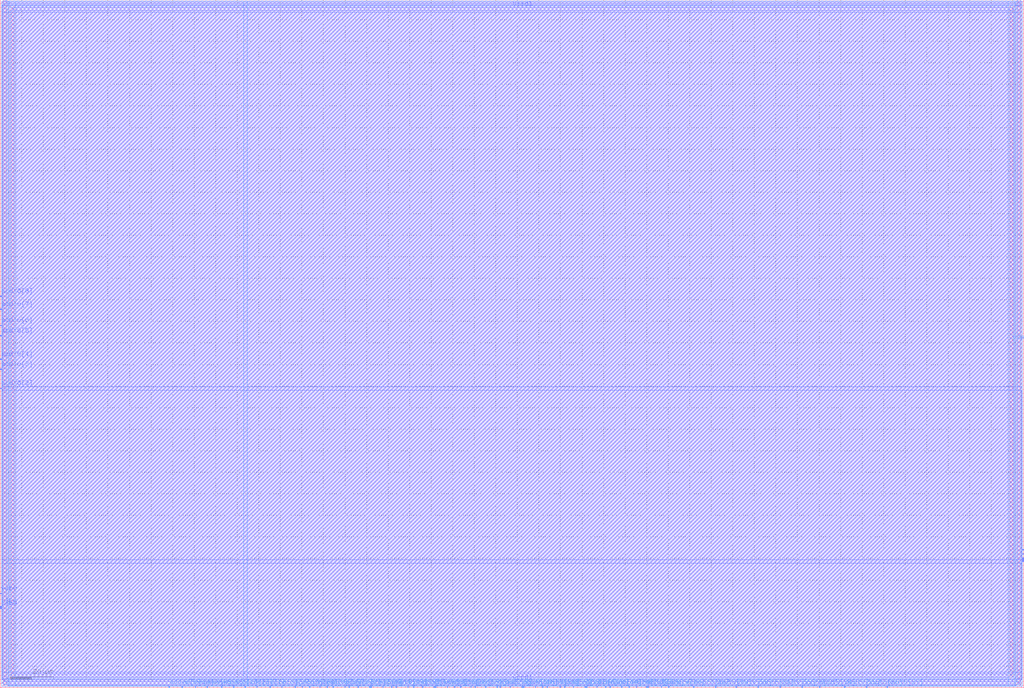
<source format=lef>
VERSION 5.4 ;
NAMESCASESENSITIVE ON ;
BUSBITCHARS "[]" ;
DIVIDERCHAR "/" ;
UNITS
  DATABASE MICRONS 2000 ;
END UNITS
MACRO sram_1rw0r0w_32_512_sky130
   CLASS BLOCK ;
   SIZE 475.02 BY 319.3 ;
   SYMMETRY X Y R90 ;
   PIN din0[0]
      DIRECTION INPUT ;
      PORT
         LAYER met4 ;
         RECT  113.56 0.0 113.94 0.38 ;
      END
   END din0[0]
   PIN din0[1]
      DIRECTION INPUT ;
      PORT
         LAYER met4 ;
         RECT  119.0 0.0 119.38 0.38 ;
      END
   END din0[1]
   PIN din0[2]
      DIRECTION INPUT ;
      PORT
         LAYER met4 ;
         RECT  125.12 0.0 125.5 0.38 ;
      END
   END din0[2]
   PIN din0[3]
      DIRECTION INPUT ;
      PORT
         LAYER met4 ;
         RECT  130.56 0.0 130.94 0.38 ;
      END
   END din0[3]
   PIN din0[4]
      DIRECTION INPUT ;
      PORT
         LAYER met4 ;
         RECT  136.68 0.0 137.06 0.38 ;
      END
   END din0[4]
   PIN din0[5]
      DIRECTION INPUT ;
      PORT
         LAYER met4 ;
         RECT  143.48 0.0 143.86 0.38 ;
      END
   END din0[5]
   PIN din0[6]
      DIRECTION INPUT ;
      PORT
         LAYER met4 ;
         RECT  148.24 0.0 148.62 0.38 ;
      END
   END din0[6]
   PIN din0[7]
      DIRECTION INPUT ;
      PORT
         LAYER met4 ;
         RECT  154.36 0.0 154.74 0.38 ;
      END
   END din0[7]
   PIN din0[8]
      DIRECTION INPUT ;
      PORT
         LAYER met4 ;
         RECT  159.8 0.0 160.18 0.38 ;
      END
   END din0[8]
   PIN din0[9]
      DIRECTION INPUT ;
      PORT
         LAYER met4 ;
         RECT  165.92 0.0 166.3 0.38 ;
      END
   END din0[9]
   PIN din0[10]
      DIRECTION INPUT ;
      PORT
         LAYER met4 ;
         RECT  171.36 0.0 171.74 0.38 ;
      END
   END din0[10]
   PIN din0[11]
      DIRECTION INPUT ;
      PORT
         LAYER met4 ;
         RECT  177.48 0.0 177.86 0.38 ;
      END
   END din0[11]
   PIN din0[12]
      DIRECTION INPUT ;
      PORT
         LAYER met4 ;
         RECT  183.6 0.0 183.98 0.38 ;
      END
   END din0[12]
   PIN din0[13]
      DIRECTION INPUT ;
      PORT
         LAYER met4 ;
         RECT  189.04 0.0 189.42 0.38 ;
      END
   END din0[13]
   PIN din0[14]
      DIRECTION INPUT ;
      PORT
         LAYER met4 ;
         RECT  195.84 0.0 196.22 0.38 ;
      END
   END din0[14]
   PIN din0[15]
      DIRECTION INPUT ;
      PORT
         LAYER met4 ;
         RECT  201.28 0.0 201.66 0.38 ;
      END
   END din0[15]
   PIN din0[16]
      DIRECTION INPUT ;
      PORT
         LAYER met4 ;
         RECT  207.4 0.0 207.78 0.38 ;
      END
   END din0[16]
   PIN din0[17]
      DIRECTION INPUT ;
      PORT
         LAYER met4 ;
         RECT  213.52 0.0 213.9 0.38 ;
      END
   END din0[17]
   PIN din0[18]
      DIRECTION INPUT ;
      PORT
         LAYER met4 ;
         RECT  218.28 0.0 218.66 0.38 ;
      END
   END din0[18]
   PIN din0[19]
      DIRECTION INPUT ;
      PORT
         LAYER met4 ;
         RECT  225.08 0.0 225.46 0.38 ;
      END
   END din0[19]
   PIN din0[20]
      DIRECTION INPUT ;
      PORT
         LAYER met4 ;
         RECT  230.52 0.0 230.9 0.38 ;
      END
   END din0[20]
   PIN din0[21]
      DIRECTION INPUT ;
      PORT
         LAYER met4 ;
         RECT  236.64 0.0 237.02 0.38 ;
      END
   END din0[21]
   PIN din0[22]
      DIRECTION INPUT ;
      PORT
         LAYER met4 ;
         RECT  242.76 0.0 243.14 0.38 ;
      END
   END din0[22]
   PIN din0[23]
      DIRECTION INPUT ;
      PORT
         LAYER met4 ;
         RECT  248.2 0.0 248.58 0.38 ;
      END
   END din0[23]
   PIN din0[24]
      DIRECTION INPUT ;
      PORT
         LAYER met4 ;
         RECT  253.64 0.0 254.02 0.38 ;
      END
   END din0[24]
   PIN din0[25]
      DIRECTION INPUT ;
      PORT
         LAYER met4 ;
         RECT  259.76 0.0 260.14 0.38 ;
      END
   END din0[25]
   PIN din0[26]
      DIRECTION INPUT ;
      PORT
         LAYER met4 ;
         RECT  265.88 0.0 266.26 0.38 ;
      END
   END din0[26]
   PIN din0[27]
      DIRECTION INPUT ;
      PORT
         LAYER met4 ;
         RECT  271.32 0.0 271.7 0.38 ;
      END
   END din0[27]
   PIN din0[28]
      DIRECTION INPUT ;
      PORT
         LAYER met4 ;
         RECT  276.76 0.0 277.14 0.38 ;
      END
   END din0[28]
   PIN din0[29]
      DIRECTION INPUT ;
      PORT
         LAYER met4 ;
         RECT  282.88 0.0 283.26 0.38 ;
      END
   END din0[29]
   PIN din0[30]
      DIRECTION INPUT ;
      PORT
         LAYER met4 ;
         RECT  288.32 0.0 288.7 0.38 ;
      END
   END din0[30]
   PIN din0[31]
      DIRECTION INPUT ;
      PORT
         LAYER met4 ;
         RECT  295.12 0.0 295.5 0.38 ;
      END
   END din0[31]
   PIN din0[32]
      DIRECTION INPUT ;
      PORT
         LAYER met4 ;
         RECT  299.88 0.0 300.26 0.38 ;
      END
   END din0[32]
   PIN addr0[0]
      DIRECTION INPUT ;
      PORT
         LAYER met4 ;
         RECT  78.2 0.0 78.58 0.38 ;
      END
   END addr0[0]
   PIN addr0[1]
      DIRECTION INPUT ;
      PORT
         LAYER met4 ;
         RECT  84.32 0.0 84.7 0.38 ;
      END
   END addr0[1]
   PIN addr0[2]
      DIRECTION INPUT ;
      PORT
         LAYER met3 ;
         RECT  0.0 138.72 0.38 139.1 ;
      END
   END addr0[2]
   PIN addr0[3]
      DIRECTION INPUT ;
      PORT
         LAYER met3 ;
         RECT  0.0 147.56 0.38 147.94 ;
      END
   END addr0[3]
   PIN addr0[4]
      DIRECTION INPUT ;
      PORT
         LAYER met3 ;
         RECT  0.0 152.32 0.38 152.7 ;
      END
   END addr0[4]
   PIN addr0[5]
      DIRECTION INPUT ;
      PORT
         LAYER met3 ;
         RECT  0.0 163.2 0.38 163.58 ;
      END
   END addr0[5]
   PIN addr0[6]
      DIRECTION INPUT ;
      PORT
         LAYER met3 ;
         RECT  0.0 167.96 0.38 168.34 ;
      END
   END addr0[6]
   PIN addr0[7]
      DIRECTION INPUT ;
      PORT
         LAYER met3 ;
         RECT  0.0 175.44 0.38 175.82 ;
      END
   END addr0[7]
   PIN addr0[8]
      DIRECTION INPUT ;
      PORT
         LAYER met3 ;
         RECT  0.0 181.56 0.38 181.94 ;
      END
   END addr0[8]
   PIN csb0
      DIRECTION INPUT ;
      PORT
         LAYER met3 ;
         RECT  0.0 36.72 0.38 37.1 ;
      END
   END csb0
   PIN web0
      DIRECTION INPUT ;
      PORT
         LAYER met3 ;
         RECT  0.0 43.52 0.38 43.9 ;
      END
   END web0
   PIN clk0
      DIRECTION INPUT ;
      PORT
         LAYER met3 ;
         RECT  0.0 37.4 0.38 37.78 ;
      END
   END clk0
   PIN wmask0[0]
      DIRECTION INPUT ;
      PORT
         LAYER met4 ;
         RECT  90.44 0.0 90.82 0.38 ;
      END
   END wmask0[0]
   PIN wmask0[1]
      DIRECTION INPUT ;
      PORT
         LAYER met4 ;
         RECT  95.88 0.0 96.26 0.38 ;
      END
   END wmask0[1]
   PIN wmask0[2]
      DIRECTION INPUT ;
      PORT
         LAYER met4 ;
         RECT  102.68 0.0 103.06 0.38 ;
      END
   END wmask0[2]
   PIN wmask0[3]
      DIRECTION INPUT ;
      PORT
         LAYER met4 ;
         RECT  108.12 0.0 108.5 0.38 ;
      END
   END wmask0[3]
   PIN spare_wen0
      DIRECTION INPUT ;
      PORT
         LAYER met4 ;
         RECT  306.68 0.0 307.06 0.38 ;
      END
   END spare_wen0
   PIN dout0[0]
      DIRECTION OUTPUT ;
      PORT
         LAYER met4 ;
         RECT  140.08 0.0 140.46 0.38 ;
      END
   END dout0[0]
   PIN dout0[1]
      DIRECTION OUTPUT ;
      PORT
         LAYER met4 ;
         RECT  151.64 0.0 152.02 0.38 ;
      END
   END dout0[1]
   PIN dout0[2]
      DIRECTION OUTPUT ;
      PORT
         LAYER met4 ;
         RECT  161.84 0.0 162.22 0.38 ;
      END
   END dout0[2]
   PIN dout0[3]
      DIRECTION OUTPUT ;
      PORT
         LAYER met4 ;
         RECT  172.04 0.0 172.42 0.38 ;
      END
   END dout0[3]
   PIN dout0[4]
      DIRECTION OUTPUT ;
      PORT
         LAYER met4 ;
         RECT  181.56 0.0 181.94 0.38 ;
      END
   END dout0[4]
   PIN dout0[5]
      DIRECTION OUTPUT ;
      PORT
         LAYER met4 ;
         RECT  191.76 0.0 192.14 0.38 ;
      END
   END dout0[5]
   PIN dout0[6]
      DIRECTION OUTPUT ;
      PORT
         LAYER met4 ;
         RECT  201.96 0.0 202.34 0.38 ;
      END
   END dout0[6]
   PIN dout0[7]
      DIRECTION OUTPUT ;
      PORT
         LAYER met4 ;
         RECT  210.8 0.0 211.18 0.38 ;
      END
   END dout0[7]
   PIN dout0[8]
      DIRECTION OUTPUT ;
      PORT
         LAYER met4 ;
         RECT  220.32 0.0 220.7 0.38 ;
      END
   END dout0[8]
   PIN dout0[9]
      DIRECTION OUTPUT ;
      PORT
         LAYER met4 ;
         RECT  231.88 0.0 232.26 0.38 ;
      END
   END dout0[9]
   PIN dout0[10]
      DIRECTION OUTPUT ;
      PORT
         LAYER met4 ;
         RECT  242.08 0.0 242.46 0.38 ;
      END
   END dout0[10]
   PIN dout0[11]
      DIRECTION OUTPUT ;
      PORT
         LAYER met4 ;
         RECT  251.6 0.0 251.98 0.38 ;
      END
   END dout0[11]
   PIN dout0[12]
      DIRECTION OUTPUT ;
      PORT
         LAYER met4 ;
         RECT  261.8 0.0 262.18 0.38 ;
      END
   END dout0[12]
   PIN dout0[13]
      DIRECTION OUTPUT ;
      PORT
         LAYER met4 ;
         RECT  272.0 0.0 272.38 0.38 ;
      END
   END dout0[13]
   PIN dout0[14]
      DIRECTION OUTPUT ;
      PORT
         LAYER met4 ;
         RECT  280.84 0.0 281.22 0.38 ;
      END
   END dout0[14]
   PIN dout0[15]
      DIRECTION OUTPUT ;
      PORT
         LAYER met4 ;
         RECT  291.72 0.0 292.1 0.38 ;
      END
   END dout0[15]
   PIN dout0[16]
      DIRECTION OUTPUT ;
      PORT
         LAYER met4 ;
         RECT  300.56 0.0 300.94 0.38 ;
      END
   END dout0[16]
   PIN dout0[17]
      DIRECTION OUTPUT ;
      PORT
         LAYER met4 ;
         RECT  310.08 0.0 310.46 0.38 ;
      END
   END dout0[17]
   PIN dout0[18]
      DIRECTION OUTPUT ;
      PORT
         LAYER met4 ;
         RECT  321.64 0.0 322.02 0.38 ;
      END
   END dout0[18]
   PIN dout0[19]
      DIRECTION OUTPUT ;
      PORT
         LAYER met4 ;
         RECT  331.84 0.0 332.22 0.38 ;
      END
   END dout0[19]
   PIN dout0[20]
      DIRECTION OUTPUT ;
      PORT
         LAYER met4 ;
         RECT  341.36 0.0 341.74 0.38 ;
      END
   END dout0[20]
   PIN dout0[21]
      DIRECTION OUTPUT ;
      PORT
         LAYER met4 ;
         RECT  351.56 0.0 351.94 0.38 ;
      END
   END dout0[21]
   PIN dout0[22]
      DIRECTION OUTPUT ;
      PORT
         LAYER met4 ;
         RECT  361.76 0.0 362.14 0.38 ;
      END
   END dout0[22]
   PIN dout0[23]
      DIRECTION OUTPUT ;
      PORT
         LAYER met4 ;
         RECT  371.96 0.0 372.34 0.38 ;
      END
   END dout0[23]
   PIN dout0[24]
      DIRECTION OUTPUT ;
      PORT
         LAYER met4 ;
         RECT  380.12 0.0 380.5 0.38 ;
      END
   END dout0[24]
   PIN dout0[25]
      DIRECTION OUTPUT ;
      PORT
         LAYER met4 ;
         RECT  391.68 0.0 392.06 0.38 ;
      END
   END dout0[25]
   PIN dout0[26]
      DIRECTION OUTPUT ;
      PORT
         LAYER met4 ;
         RECT  401.88 0.0 402.26 0.38 ;
      END
   END dout0[26]
   PIN dout0[27]
      DIRECTION OUTPUT ;
      PORT
         LAYER met4 ;
         RECT  411.4 0.0 411.78 0.38 ;
      END
   END dout0[27]
   PIN dout0[28]
      DIRECTION OUTPUT ;
      PORT
         LAYER met3 ;
         RECT  474.64 58.48 475.02 58.86 ;
      END
   END dout0[28]
   PIN dout0[29]
      DIRECTION OUTPUT ;
      PORT
         LAYER met3 ;
         RECT  474.64 59.16 475.02 59.54 ;
      END
   END dout0[29]
   PIN dout0[30]
      DIRECTION OUTPUT ;
      PORT
         LAYER met3 ;
         RECT  474.64 63.92 475.02 64.3 ;
      END
   END dout0[30]
   PIN dout0[31]
      DIRECTION OUTPUT ;
      PORT
         LAYER met3 ;
         RECT  474.64 59.84 475.02 60.22 ;
      END
   END dout0[31]
   PIN dout0[32]
      DIRECTION OUTPUT ;
      PORT
         LAYER met3 ;
         RECT  474.64 61.88 475.02 62.26 ;
      END
   END dout0[32]
   PIN vccd1
      DIRECTION INOUT ;
      USE POWER ; 
      SHAPE ABUTMENT ; 
      PORT
         LAYER met3 ;
         RECT  1.36 317.56 473.66 319.3 ;
         LAYER met4 ;
         RECT  1.36 1.36 3.1 319.3 ;
         LAYER met3 ;
         RECT  1.36 1.36 473.66 3.1 ;
         LAYER met4 ;
         RECT  471.92 1.36 473.66 319.3 ;
      END
   END vccd1
   PIN vssd1
      DIRECTION INOUT ;
      USE GROUND ; 
      SHAPE ABUTMENT ; 
      PORT
         LAYER met3 ;
         RECT  4.76 4.76 470.26 6.5 ;
         LAYER met4 ;
         RECT  4.76 4.76 6.5 315.9 ;
         LAYER met3 ;
         RECT  4.76 314.16 470.26 315.9 ;
         LAYER met4 ;
         RECT  468.52 4.76 470.26 315.9 ;
      END
   END vssd1
   OBS
   LAYER  met1 ;
      RECT  0.62 0.62 474.4 318.68 ;
   LAYER  met2 ;
      RECT  0.62 0.62 474.4 318.68 ;
   LAYER  met3 ;
      RECT  0.98 138.12 474.4 139.7 ;
      RECT  0.62 139.7 0.98 146.96 ;
      RECT  0.62 148.54 0.98 151.72 ;
      RECT  0.62 153.3 0.98 162.6 ;
      RECT  0.62 164.18 0.98 167.36 ;
      RECT  0.62 168.94 0.98 174.84 ;
      RECT  0.62 176.42 0.98 180.96 ;
      RECT  0.62 44.5 0.98 138.12 ;
      RECT  0.62 38.38 0.98 42.92 ;
      RECT  0.98 57.88 474.04 59.46 ;
      RECT  0.98 59.46 474.04 138.12 ;
      RECT  474.04 64.9 474.4 138.12 ;
      RECT  474.04 60.82 474.4 61.28 ;
      RECT  474.04 62.86 474.4 63.32 ;
      RECT  474.26 139.7 474.4 316.96 ;
      RECT  474.26 316.96 474.4 318.68 ;
      RECT  0.62 182.54 0.76 316.96 ;
      RECT  0.62 316.96 0.76 318.68 ;
      RECT  0.76 182.54 0.98 316.96 ;
      RECT  0.62 0.62 0.76 0.76 ;
      RECT  0.62 0.76 0.76 3.7 ;
      RECT  0.62 3.7 0.76 36.12 ;
      RECT  0.76 0.62 0.98 0.76 ;
      RECT  0.76 3.7 0.98 36.12 ;
      RECT  0.98 0.62 474.04 0.76 ;
      RECT  474.04 0.62 474.26 0.76 ;
      RECT  474.04 3.7 474.26 57.88 ;
      RECT  474.26 0.62 474.4 0.76 ;
      RECT  474.26 0.76 474.4 3.7 ;
      RECT  474.26 3.7 474.4 57.88 ;
      RECT  0.98 3.7 4.16 4.16 ;
      RECT  0.98 4.16 4.16 7.1 ;
      RECT  0.98 7.1 4.16 57.88 ;
      RECT  4.16 3.7 470.86 4.16 ;
      RECT  4.16 7.1 470.86 57.88 ;
      RECT  470.86 3.7 474.04 4.16 ;
      RECT  470.86 4.16 474.04 7.1 ;
      RECT  470.86 7.1 474.04 57.88 ;
      RECT  0.98 139.7 4.16 313.56 ;
      RECT  0.98 313.56 4.16 316.5 ;
      RECT  0.98 316.5 4.16 316.96 ;
      RECT  4.16 139.7 470.86 313.56 ;
      RECT  4.16 316.5 470.86 316.96 ;
      RECT  470.86 139.7 474.26 313.56 ;
      RECT  470.86 313.56 474.26 316.5 ;
      RECT  470.86 316.5 474.26 316.96 ;
   LAYER  met4 ;
      RECT  112.96 0.98 114.54 318.68 ;
      RECT  114.54 0.62 118.4 0.98 ;
      RECT  119.98 0.62 124.52 0.98 ;
      RECT  126.1 0.62 129.96 0.98 ;
      RECT  131.54 0.62 136.08 0.98 ;
      RECT  144.46 0.62 147.64 0.98 ;
      RECT  155.34 0.62 159.2 0.98 ;
      RECT  166.9 0.62 170.76 0.98 ;
      RECT  184.58 0.62 188.44 0.98 ;
      RECT  196.82 0.62 200.68 0.98 ;
      RECT  214.5 0.62 217.68 0.98 ;
      RECT  226.06 0.62 229.92 0.98 ;
      RECT  243.74 0.62 247.6 0.98 ;
      RECT  254.62 0.62 259.16 0.98 ;
      RECT  266.86 0.62 270.72 0.98 ;
      RECT  283.86 0.62 287.72 0.98 ;
      RECT  296.1 0.62 299.28 0.98 ;
      RECT  79.18 0.62 83.72 0.98 ;
      RECT  85.3 0.62 89.84 0.98 ;
      RECT  91.42 0.62 95.28 0.98 ;
      RECT  96.86 0.62 102.08 0.98 ;
      RECT  103.66 0.62 107.52 0.98 ;
      RECT  109.1 0.62 112.96 0.98 ;
      RECT  137.66 0.62 139.48 0.98 ;
      RECT  141.06 0.62 142.88 0.98 ;
      RECT  149.22 0.62 151.04 0.98 ;
      RECT  152.62 0.62 153.76 0.98 ;
      RECT  160.78 0.62 161.24 0.98 ;
      RECT  162.82 0.62 165.32 0.98 ;
      RECT  173.02 0.62 176.88 0.98 ;
      RECT  178.46 0.62 180.96 0.98 ;
      RECT  182.54 0.62 183.0 0.98 ;
      RECT  190.02 0.62 191.16 0.98 ;
      RECT  192.74 0.62 195.24 0.98 ;
      RECT  202.94 0.62 206.8 0.98 ;
      RECT  208.38 0.62 210.2 0.98 ;
      RECT  211.78 0.62 212.92 0.98 ;
      RECT  219.26 0.62 219.72 0.98 ;
      RECT  221.3 0.62 224.48 0.98 ;
      RECT  232.86 0.62 236.04 0.98 ;
      RECT  237.62 0.62 241.48 0.98 ;
      RECT  249.18 0.62 251.0 0.98 ;
      RECT  252.58 0.62 253.04 0.98 ;
      RECT  260.74 0.62 261.2 0.98 ;
      RECT  262.78 0.62 265.28 0.98 ;
      RECT  272.98 0.62 276.16 0.98 ;
      RECT  277.74 0.62 280.24 0.98 ;
      RECT  281.82 0.62 282.28 0.98 ;
      RECT  289.3 0.62 291.12 0.98 ;
      RECT  292.7 0.62 294.52 0.98 ;
      RECT  301.54 0.62 306.08 0.98 ;
      RECT  307.66 0.62 309.48 0.98 ;
      RECT  311.06 0.62 321.04 0.98 ;
      RECT  322.62 0.62 331.24 0.98 ;
      RECT  332.82 0.62 340.76 0.98 ;
      RECT  342.34 0.62 350.96 0.98 ;
      RECT  352.54 0.62 361.16 0.98 ;
      RECT  362.74 0.62 371.36 0.98 ;
      RECT  372.94 0.62 379.52 0.98 ;
      RECT  381.1 0.62 391.08 0.98 ;
      RECT  392.66 0.62 401.28 0.98 ;
      RECT  402.86 0.62 410.8 0.98 ;
      RECT  0.62 0.98 0.76 318.68 ;
      RECT  0.62 0.62 0.76 0.76 ;
      RECT  0.62 0.76 0.76 0.98 ;
      RECT  0.76 0.62 3.7 0.76 ;
      RECT  3.7 0.62 77.6 0.76 ;
      RECT  3.7 0.76 77.6 0.98 ;
      RECT  474.26 0.98 474.4 318.68 ;
      RECT  412.38 0.62 471.32 0.76 ;
      RECT  412.38 0.76 471.32 0.98 ;
      RECT  471.32 0.62 474.26 0.76 ;
      RECT  474.26 0.62 474.4 0.76 ;
      RECT  474.26 0.76 474.4 0.98 ;
      RECT  3.7 0.98 4.16 4.16 ;
      RECT  3.7 4.16 4.16 316.5 ;
      RECT  3.7 316.5 4.16 318.68 ;
      RECT  4.16 0.98 7.1 4.16 ;
      RECT  4.16 316.5 7.1 318.68 ;
      RECT  7.1 0.98 112.96 4.16 ;
      RECT  7.1 4.16 112.96 316.5 ;
      RECT  7.1 316.5 112.96 318.68 ;
      RECT  114.54 0.98 467.92 4.16 ;
      RECT  114.54 4.16 467.92 316.5 ;
      RECT  114.54 316.5 467.92 318.68 ;
      RECT  467.92 0.98 470.86 4.16 ;
      RECT  467.92 316.5 470.86 318.68 ;
      RECT  470.86 0.98 471.32 4.16 ;
      RECT  470.86 4.16 471.32 316.5 ;
      RECT  470.86 316.5 471.32 318.68 ;
   END
END    sram_1rw0r0w_32_512_sky130
END    LIBRARY

</source>
